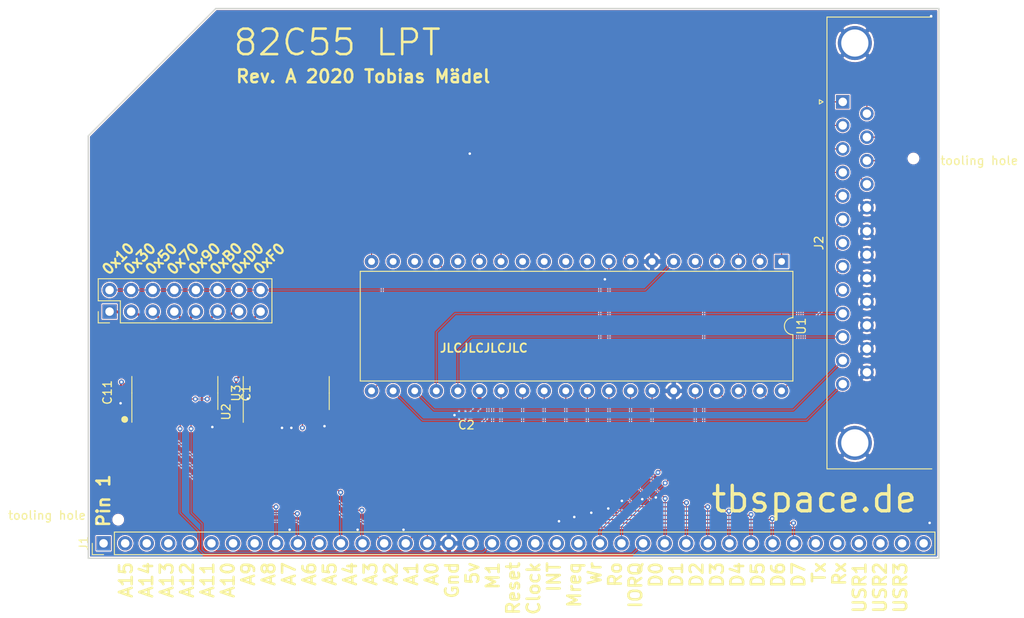
<source format=kicad_pcb>
(kicad_pcb (version 20171130) (host pcbnew 5.1.6)
  (layers (0 F.Cu signal) (1 In1.Cu power) (2 In2.Cu power) (31 B.Cu signal) (34 B.Paste user) (35 F.Paste user) (36 B.SilkS user) (37 F.SilkS user) (38 B.Mask user) (39 F.Mask user) (44 Edge.Cuts user))
  (net 0 "")
  (net 1 GND)
  (net 2 +5V)
  (net 3 "Net-(J1-Pad39)")
  (net 4 "Net-(J1-Pad38)")
  (net 5 "Net-(J1-Pad37)")
  (net 6 "Net-(J1-Pad36)")
  (net 7 "Net-(J1-Pad35)")
  (net 8 /D7)
  (net 9 /D6)
  (net 10 /D5)
  (net 11 /D4)
  (net 12 /D3)
  (net 13 /D2)
  (net 14 /D1)
  (net 15 /D0)
  (net 16 "Net-(J1-Pad23)")
  (net 17 "Net-(J1-Pad21)")
  (net 18 "Net-(J1-Pad8)")
  (net 19 "Net-(J1-Pad7)")
  (net 20 "Net-(J1-Pad6)")
  (net 21 "Net-(J1-Pad5)")
  (net 22 "Net-(J1-Pad4)")
  (net 23 "Net-(J1-Pad3)")
  (net 24 "Net-(J1-Pad2)")
  (net 25 "Net-(J1-Pad1)")
  (net 26 /~IORQ)
  (net 27 /~RD)
  (net 28 /~WR)
  (net 29 /~INT)
  (net 30 /~RESET)
  (net 31 /~M1)
  (net 32 /A0)
  (net 33 /A1)
  (net 34 /A2)
  (net 35 /A3)
  (net 36 /A4)
  (net 37 /A5)
  (net 38 /A6)
  (net 39 /A7)
  (net 40 "Net-(J3-Pad15)")
  (net 41 "Net-(J3-Pad13)")
  (net 42 "Net-(J3-Pad11)")
  (net 43 "Net-(J3-Pad9)")
  (net 44 "Net-(J3-Pad7)")
  (net 45 "Net-(J3-Pad5)")
  (net 46 "Net-(J3-Pad3)")
  (net 47 "Net-(J3-Pad1)")
  (net 48 "Net-(U1-Pad19)")
  (net 49 "Net-(U1-Pad18)")
  (net 50 "Net-(U1-Pad16)")
  (net 51 "Net-(U1-Pad13)")
  (net 52 "Net-(U1-Pad12)")
  (net 53 "Net-(U1-Pad11)")
  (net 54 "Net-(U1-Pad10)")
  (net 55 "Net-(J3-Pad10)")
  (net 56 "Net-(U2-Pad4)")
  (net 57 "Net-(U3-Pad15)")
  (net 58 "Net-(U3-Pad14)")
  (net 59 "Net-(U3-Pad13)")
  (net 60 "Net-(U3-Pad12)")
  (net 61 "Net-(U3-Pad10)")
  (net 62 "Net-(U3-Pad9)")
  (net 63 "Net-(U3-Pad7)")
  (net 64 /~LPT_SELECT)
  (net 65 /LPT_RESET)
  (net 66 /LPT_ERROR)
  (net 67 /~LPT_LINEFEED)
  (net 68 /LPT_SELECTIN)
  (net 69 /LPT_PAPER)
  (net 70 /~LPT_BUSY)
  (net 71 /LPT_ACK)
  (net 72 /LPT_D7)
  (net 73 /LPT_D6)
  (net 74 /LPT_D5)
  (net 75 /LPT_D4)
  (net 76 /LPT_D3)
  (net 77 /LPT_D2)
  (net 78 /LPT_D1)
  (net 79 /LPT_D0)
  (net 80 /~LPT_STROBE)
  (module Package_DIP:DIP-40_W15.24mm (layer F.Cu) (at 123.8 38.8 270)
    (fp_text reference U1 (at 7.62 -2.33 90) (layer F.SilkS))
    (fp_text value 82C55A)
    (pad 40 thru_hole oval (at 15.24 0 270) (size 1.6 1.6) (drill 0.8) (layers *.Cu *.Mask) (net 75 /LPT_D4))
    (pad 20 thru_hole oval (at 0 48.26 270) (size 1.6 1.6) (drill 0.8) (layers *.Cu *.Mask) (net 65 /LPT_RESET))
    (pad 39 thru_hole oval (at 15.24 2.54 270) (size 1.6 1.6) (drill 0.8) (layers *.Cu *.Mask) (net 74 /LPT_D5))
    (pad 19 thru_hole oval (at 0 45.72 270) (size 1.6 1.6) (drill 0.8) (layers *.Cu *.Mask) (net 48 "Net-(U1-Pad19)"))
    (pad 38 thru_hole oval (at 15.24 5.08 270) (size 1.6 1.6) (drill 0.8) (layers *.Cu *.Mask) (net 73 /LPT_D6))
    (pad 18 thru_hole oval (at 0 43.18 270) (size 1.6 1.6) (drill 0.8) (layers *.Cu *.Mask) (net 49 "Net-(U1-Pad18)"))
    (pad 37 thru_hole oval (at 15.24 7.62 270) (size 1.6 1.6) (drill 0.8) (layers *.Cu *.Mask) (net 72 /LPT_D7))
    (pad 17 thru_hole oval (at 0 40.64 270) (size 1.6 1.6) (drill 0.8) (layers *.Cu *.Mask) (net 64 /~LPT_SELECT))
    (pad 36 thru_hole oval (at 15.24 10.16 270) (size 1.6 1.6) (drill 0.8) (layers *.Cu *.Mask) (net 28 /~WR))
    (pad 16 thru_hole oval (at 0 38.1 270) (size 1.6 1.6) (drill 0.8) (layers *.Cu *.Mask) (net 50 "Net-(U1-Pad16)"))
    (pad 35 thru_hole oval (at 15.24 12.7 270) (size 1.6 1.6) (drill 0.8) (layers *.Cu *.Mask) (net 1 GND))
    (pad 15 thru_hole oval (at 0 35.56 270) (size 1.6 1.6) (drill 0.8) (layers *.Cu *.Mask) (net 67 /~LPT_LINEFEED))
    (pad 34 thru_hole oval (at 15.24 15.24 270) (size 1.6 1.6) (drill 0.8) (layers *.Cu *.Mask) (net 15 /D0))
    (pad 14 thru_hole oval (at 0 33.02 270) (size 1.6 1.6) (drill 0.8) (layers *.Cu *.Mask) (net 80 /~LPT_STROBE))
    (pad 33 thru_hole oval (at 15.24 17.78 270) (size 1.6 1.6) (drill 0.8) (layers *.Cu *.Mask) (net 14 /D1))
    (pad 13 thru_hole oval (at 0 30.48 270) (size 1.6 1.6) (drill 0.8) (layers *.Cu *.Mask) (net 51 "Net-(U1-Pad13)"))
    (pad 32 thru_hole oval (at 15.24 20.32 270) (size 1.6 1.6) (drill 0.8) (layers *.Cu *.Mask) (net 13 /D2))
    (pad 12 thru_hole oval (at 0 27.94 270) (size 1.6 1.6) (drill 0.8) (layers *.Cu *.Mask) (net 52 "Net-(U1-Pad12)"))
    (pad 31 thru_hole oval (at 15.24 22.86 270) (size 1.6 1.6) (drill 0.8) (layers *.Cu *.Mask) (net 12 /D3))
    (pad 11 thru_hole oval (at 0 25.4 270) (size 1.6 1.6) (drill 0.8) (layers *.Cu *.Mask) (net 53 "Net-(U1-Pad11)"))
    (pad 30 thru_hole oval (at 15.24 25.4 270) (size 1.6 1.6) (drill 0.8) (layers *.Cu *.Mask) (net 11 /D4))
    (pad 10 thru_hole oval (at 0 22.86 270) (size 1.6 1.6) (drill 0.8) (layers *.Cu *.Mask) (net 54 "Net-(U1-Pad10)"))
    (pad 29 thru_hole oval (at 15.24 27.94 270) (size 1.6 1.6) (drill 0.8) (layers *.Cu *.Mask) (net 10 /D5))
    (pad 9 thru_hole oval (at 0 20.32 270) (size 1.6 1.6) (drill 0.8) (layers *.Cu *.Mask) (net 32 /A0))
    (pad 28 thru_hole oval (at 15.24 30.48 270) (size 1.6 1.6) (drill 0.8) (layers *.Cu *.Mask) (net 9 /D6))
    (pad 8 thru_hole oval (at 0 17.78 270) (size 1.6 1.6) (drill 0.8) (layers *.Cu *.Mask) (net 33 /A1))
    (pad 27 thru_hole oval (at 15.24 33.02 270) (size 1.6 1.6) (drill 0.8) (layers *.Cu *.Mask) (net 8 /D7))
    (pad 7 thru_hole oval (at 0 15.24 270) (size 1.6 1.6) (drill 0.8) (layers *.Cu *.Mask) (net 1 GND))
    (pad 26 thru_hole oval (at 15.24 35.56 270) (size 1.6 1.6) (drill 0.8) (layers *.Cu *.Mask) (net 2 +5V))
    (pad 6 thru_hole oval (at 0 12.7 270) (size 1.6 1.6) (drill 0.8) (layers *.Cu *.Mask) (net 55 "Net-(J3-Pad10)"))
    (pad 25 thru_hole oval (at 15.24 38.1 270) (size 1.6 1.6) (drill 0.8) (layers *.Cu *.Mask) (net 70 /~LPT_BUSY))
    (pad 5 thru_hole oval (at 0 10.16 270) (size 1.6 1.6) (drill 0.8) (layers *.Cu *.Mask) (net 27 /~RD))
    (pad 24 thru_hole oval (at 15.24 40.64 270) (size 1.6 1.6) (drill 0.8) (layers *.Cu *.Mask) (net 71 /LPT_ACK))
    (pad 4 thru_hole oval (at 0 7.62 270) (size 1.6 1.6) (drill 0.8) (layers *.Cu *.Mask) (net 79 /LPT_D0))
    (pad 23 thru_hole oval (at 15.24 43.18 270) (size 1.6 1.6) (drill 0.8) (layers *.Cu *.Mask) (net 69 /LPT_PAPER))
    (pad 3 thru_hole oval (at 0 5.08 270) (size 1.6 1.6) (drill 0.8) (layers *.Cu *.Mask) (net 78 /LPT_D1))
    (pad 22 thru_hole oval (at 15.24 45.72 270) (size 1.6 1.6) (drill 0.8) (layers *.Cu *.Mask) (net 68 /LPT_SELECTIN))
    (pad 2 thru_hole oval (at 0 2.54 270) (size 1.6 1.6) (drill 0.8) (layers *.Cu *.Mask) (net 77 /LPT_D2))
    (pad 21 thru_hole oval (at 15.24 48.26 270) (size 1.6 1.6) (drill 0.8) (layers *.Cu *.Mask) (net 66 /LPT_ERROR))
    (pad 1 thru_hole rect (at 0 0 270) (size 1.6 1.6) (drill 0.8) (layers *.Cu *.Mask) (net 76 /LPT_D3))
  )
  (module Capacitor_SMD:C_0402_1005Metric (layer F.Cu) (at 86.7 56.9 180)
    (fp_text reference C2 (at 0 -1.17) (layer F.SilkS))
    (fp_text value 100n)
    (pad 2 smd roundrect (at 0.485 0 180) (size 0.59 0.64) (layers F.Cu F.Paste F.Mask) (net 1 GND))
    (pad 1 smd roundrect (at -0.485 0 180) (size 0.59 0.64) (layers F.Cu F.Paste F.Mask) (net 2 +5V))
  )
  (module Capacitor_SMD:C_0402_1005Metric (layer F.Cu) (at 46.0375 54.229 270)
    (fp_text reference C11 (at 0 1.5875 90) (layer F.SilkS))
    (fp_text value 100n)
    (pad 2 smd roundrect (at 0.485 0 270) (size 0.59 0.64) (layers F.Cu F.Paste F.Mask) (net 1 GND))
    (pad 1 smd roundrect (at -0.485 0 270) (size 0.59 0.64) (layers F.Cu F.Paste F.Mask) (net 2 +5V))
  )
  (module Package_SO:SOIC-16_3.9x9.9mm_P1.27mm (layer F.Cu) (at 65.5 54.3 90)
    (fp_text reference U3 (at 0 -5.9 90) (layer F.SilkS))
    (fp_text value 74LS138)
    (pad 16 smd roundrect (at 2.475 -4.445 90) (size 1.95 0.6) (layers F.Cu F.Paste F.Mask) (net 2 +5V))
    (pad 15 smd roundrect (at 2.475 -3.175 90) (size 1.95 0.6) (layers F.Cu F.Paste F.Mask) (net 57 "Net-(U3-Pad15)"))
    (pad 14 smd roundrect (at 2.475 -1.905 90) (size 1.95 0.6) (layers F.Cu F.Paste F.Mask) (net 58 "Net-(U3-Pad14)"))
    (pad 13 smd roundrect (at 2.475 -0.635 90) (size 1.95 0.6) (layers F.Cu F.Paste F.Mask) (net 59 "Net-(U3-Pad13)"))
    (pad 12 smd roundrect (at 2.475 0.635 90) (size 1.95 0.6) (layers F.Cu F.Paste F.Mask) (net 60 "Net-(U3-Pad12)"))
    (pad 11 smd roundrect (at 2.475 1.905 90) (size 1.95 0.6) (layers F.Cu F.Paste F.Mask) (net 56 "Net-(U2-Pad4)"))
    (pad 10 smd roundrect (at 2.475 3.175 90) (size 1.95 0.6) (layers F.Cu F.Paste F.Mask) (net 61 "Net-(U3-Pad10)"))
    (pad 9 smd roundrect (at 2.475 4.445 90) (size 1.95 0.6) (layers F.Cu F.Paste F.Mask) (net 62 "Net-(U3-Pad9)"))
    (pad 8 smd roundrect (at -2.475 4.445 90) (size 1.95 0.6) (layers F.Cu F.Paste F.Mask) (net 1 GND))
    (pad 7 smd roundrect (at -2.475 3.175 90) (size 1.95 0.6) (layers F.Cu F.Paste F.Mask) (net 63 "Net-(U3-Pad7)"))
    (pad 6 smd roundrect (at -2.475 1.905 90) (size 1.95 0.6) (layers F.Cu F.Paste F.Mask) (net 2 +5V))
    (pad 5 smd roundrect (at -2.475 0.635 90) (size 1.95 0.6) (layers F.Cu F.Paste F.Mask) (net 1 GND))
    (pad 4 smd roundrect (at -2.475 -0.635 90) (size 1.95 0.6) (layers F.Cu F.Paste F.Mask) (net 1 GND))
    (pad 3 smd roundrect (at -2.475 -1.905 90) (size 1.95 0.6) (layers F.Cu F.Paste F.Mask) (net 36 /A4))
    (pad 2 smd roundrect (at -2.475 -3.175 90) (size 1.95 0.6) (layers F.Cu F.Paste F.Mask) (net 35 /A3))
    (pad 1 smd roundrect (at -2.475 -4.445 90) (size 1.95 0.6) (layers F.Cu F.Paste F.Mask) (net 34 /A2))
  )
  (module Capacitor_SMD:C_0402_1005Metric (layer F.Cu) (at 59.6 54.315 270)
    (fp_text reference C1 (at 0 -1.17 90) (layer F.SilkS))
    (fp_text value 100n)
    (pad 2 smd roundrect (at 0.485 0 270) (size 0.59 0.64) (layers F.Cu F.Paste F.Mask) (net 1 GND))
    (pad 1 smd roundrect (at -0.485 0 270) (size 0.59 0.64) (layers F.Cu F.Paste F.Mask) (net 2 +5V))
  )
  (module Connector_Dsub:DSUB-25_Female_Horizontal_P2.77x2.84mm_EdgePinOffset7.70mm_Housed_MountingHolesOffset9.12mm (layer F.Cu) (at 131 20 90)
    (fp_text reference J2 (at -16.62 -2.8 90) (layer F.SilkS))
    (fp_text value DB25_Female_MountingHoles)
    (pad 0 thru_hole circle (at 6.93 1.42 90) (size 4 4) (drill 3.2) (layers *.Cu *.Mask) (net 1 GND))
    (pad 0 thru_hole circle (at -40.17 1.42 90) (size 4 4) (drill 3.2) (layers *.Cu *.Mask) (net 1 GND))
    (pad 25 thru_hole circle (at -31.855 2.84 90) (size 1.6 1.6) (drill 1) (layers *.Cu *.Mask) (net 1 GND))
    (pad 24 thru_hole circle (at -29.085 2.84 90) (size 1.6 1.6) (drill 1) (layers *.Cu *.Mask) (net 1 GND))
    (pad 23 thru_hole circle (at -26.315 2.84 90) (size 1.6 1.6) (drill 1) (layers *.Cu *.Mask) (net 1 GND))
    (pad 22 thru_hole circle (at -23.545 2.84 90) (size 1.6 1.6) (drill 1) (layers *.Cu *.Mask) (net 1 GND))
    (pad 21 thru_hole circle (at -20.775 2.84 90) (size 1.6 1.6) (drill 1) (layers *.Cu *.Mask) (net 1 GND))
    (pad 20 thru_hole circle (at -18.005 2.84 90) (size 1.6 1.6) (drill 1) (layers *.Cu *.Mask) (net 1 GND))
    (pad 19 thru_hole circle (at -15.235 2.84 90) (size 1.6 1.6) (drill 1) (layers *.Cu *.Mask) (net 1 GND))
    (pad 18 thru_hole circle (at -12.465 2.84 90) (size 1.6 1.6) (drill 1) (layers *.Cu *.Mask) (net 1 GND))
    (pad 17 thru_hole circle (at -9.695 2.84 90) (size 1.6 1.6) (drill 1) (layers *.Cu *.Mask) (net 64 /~LPT_SELECT))
    (pad 16 thru_hole circle (at -6.925 2.84 90) (size 1.6 1.6) (drill 1) (layers *.Cu *.Mask) (net 65 /LPT_RESET))
    (pad 15 thru_hole circle (at -4.155 2.84 90) (size 1.6 1.6) (drill 1) (layers *.Cu *.Mask) (net 66 /LPT_ERROR))
    (pad 14 thru_hole circle (at -1.385 2.84 90) (size 1.6 1.6) (drill 1) (layers *.Cu *.Mask) (net 67 /~LPT_LINEFEED))
    (pad 13 thru_hole circle (at -33.24 0 90) (size 1.6 1.6) (drill 1) (layers *.Cu *.Mask) (net 68 /LPT_SELECTIN))
    (pad 12 thru_hole circle (at -30.47 0 90) (size 1.6 1.6) (drill 1) (layers *.Cu *.Mask) (net 69 /LPT_PAPER))
    (pad 11 thru_hole circle (at -27.7 0 90) (size 1.6 1.6) (drill 1) (layers *.Cu *.Mask) (net 70 /~LPT_BUSY))
    (pad 10 thru_hole circle (at -24.93 0 90) (size 1.6 1.6) (drill 1) (layers *.Cu *.Mask) (net 71 /LPT_ACK))
    (pad 9 thru_hole circle (at -22.16 0 90) (size 1.6 1.6) (drill 1) (layers *.Cu *.Mask) (net 72 /LPT_D7))
    (pad 8 thru_hole circle (at -19.39 0 90) (size 1.6 1.6) (drill 1) (layers *.Cu *.Mask) (net 73 /LPT_D6))
    (pad 7 thru_hole circle (at -16.62 0 90) (size 1.6 1.6) (drill 1) (layers *.Cu *.Mask) (net 74 /LPT_D5))
    (pad 6 thru_hole circle (at -13.85 0 90) (size 1.6 1.6) (drill 1) (layers *.Cu *.Mask) (net 75 /LPT_D4))
    (pad 5 thru_hole circle (at -11.08 0 90) (size 1.6 1.6) (drill 1) (layers *.Cu *.Mask) (net 76 /LPT_D3))
    (pad 4 thru_hole circle (at -8.31 0 90) (size 1.6 1.6) (drill 1) (layers *.Cu *.Mask) (net 77 /LPT_D2))
    (pad 3 thru_hole circle (at -5.54 0 90) (size 1.6 1.6) (drill 1) (layers *.Cu *.Mask) (net 78 /LPT_D1))
    (pad 2 thru_hole circle (at -2.77 0 90) (size 1.6 1.6) (drill 1) (layers *.Cu *.Mask) (net 79 /LPT_D0))
    (pad 1 thru_hole rect (at 0 0 90) (size 1.6 1.6) (drill 1) (layers *.Cu *.Mask) (net 80 /~LPT_STROBE))
  )
  (module ToolingHole:ToolingHole_JLCSMT (layer F.Cu) (at 139.319 26.67)
    (fp_text reference H2 hide)
    (fp_text value MountingHole)
    (fp_text user "tooling hole" (at 7.747 0.254) (layer F.SilkS))
    (pad "" np_thru_hole circle (at 0 0) (size 1.152 1.152) (drill 1.152) (layers *.Cu *.Mask))
  )
  (module ToolingHole:ToolingHole_JLCSMT (layer F.Cu) (at 45.72 69.215)
    (fp_text reference H1 hide)
    (fp_text value MountingHole)
    (fp_text user "tooling hole" (at -8.382 -0.508) (layer F.SilkS))
    (pad "" np_thru_hole circle (at 0 0) (size 1.152 1.152) (drill 1.152) (layers *.Cu *.Mask))
  )
  (module Package_SO:SOIC-16_3.9x9.9mm_P1.27mm (layer F.Cu) (at 52.3875 54.291 90)
    (fp_text reference U2 (at -2.224 6.0325 90) (layer F.SilkS))
    (fp_text value 74LS138)
    (pad 16 smd roundrect (at 2.475 -4.445 90) (size 1.95 0.6) (layers F.Cu F.Paste F.Mask) (net 2 +5V))
    (pad 15 smd roundrect (at 2.475 -3.175 90) (size 1.95 0.6) (layers F.Cu F.Paste F.Mask) (net 47 "Net-(J3-Pad1)"))
    (pad 14 smd roundrect (at 2.475 -1.905 90) (size 1.95 0.6) (layers F.Cu F.Paste F.Mask) (net 46 "Net-(J3-Pad3)"))
    (pad 13 smd roundrect (at 2.475 -0.635 90) (size 1.95 0.6) (layers F.Cu F.Paste F.Mask) (net 45 "Net-(J3-Pad5)"))
    (pad 12 smd roundrect (at 2.475 0.635 90) (size 1.95 0.6) (layers F.Cu F.Paste F.Mask) (net 44 "Net-(J3-Pad7)"))
    (pad 11 smd roundrect (at 2.475 1.905 90) (size 1.95 0.6) (layers F.Cu F.Paste F.Mask) (net 43 "Net-(J3-Pad9)"))
    (pad 10 smd roundrect (at 2.475 3.175 90) (size 1.95 0.6) (layers F.Cu F.Paste F.Mask) (net 42 "Net-(J3-Pad11)"))
    (pad 9 smd roundrect (at 2.475 4.445 90) (size 1.95 0.6) (layers F.Cu F.Paste F.Mask) (net 41 "Net-(J3-Pad13)"))
    (pad 8 smd roundrect (at -2.475 4.445 90) (size 1.95 0.6) (layers F.Cu F.Paste F.Mask) (net 1 GND))
    (pad 7 smd roundrect (at -2.475 3.175 90) (size 1.95 0.6) (layers F.Cu F.Paste F.Mask) (net 40 "Net-(J3-Pad15)"))
    (pad 6 smd roundrect (at -2.475 1.905 90) (size 1.95 0.6) (layers F.Cu F.Paste F.Mask) (net 31 /~M1))
    (pad 5 smd roundrect (at -2.475 0.635 90) (size 1.95 0.6) (layers F.Cu F.Paste F.Mask) (net 26 /~IORQ))
    (pad 4 smd roundrect (at -2.475 -0.635 90) (size 1.95 0.6) (layers F.Cu F.Paste F.Mask) (net 56 "Net-(U2-Pad4)"))
    (pad 3 smd roundrect (at -2.475 -1.905 90) (size 1.95 0.6) (layers F.Cu F.Paste F.Mask) (net 39 /A7))
    (pad 2 smd roundrect (at -2.475 -3.175 90) (size 1.95 0.6) (layers F.Cu F.Paste F.Mask) (net 38 /A6))
    (pad 1 smd roundrect (at -2.475 -4.445 90) (size 1.95 0.6) (layers F.Cu F.Paste F.Mask) (net 37 /A5))
  )
  (module Connector_PinHeader_2.54mm:PinHeader_2x08_P2.54mm_Vertical (layer F.Cu) (at 44.704 44.704 90)
    (fp_text reference J3 hide)
    (fp_text value Address)
    (pad 16 thru_hole oval (at 2.54 17.78 90) (size 1.7 1.7) (drill 1) (layers *.Cu *.Mask) (net 55 "Net-(J3-Pad10)"))
    (pad 15 thru_hole oval (at 0 17.78 90) (size 1.7 1.7) (drill 1) (layers *.Cu *.Mask) (net 40 "Net-(J3-Pad15)"))
    (pad 14 thru_hole oval (at 2.54 15.24 90) (size 1.7 1.7) (drill 1) (layers *.Cu *.Mask) (net 55 "Net-(J3-Pad10)"))
    (pad 13 thru_hole oval (at 0 15.24 90) (size 1.7 1.7) (drill 1) (layers *.Cu *.Mask) (net 41 "Net-(J3-Pad13)"))
    (pad 12 thru_hole oval (at 2.54 12.7 90) (size 1.7 1.7) (drill 1) (layers *.Cu *.Mask) (net 55 "Net-(J3-Pad10)"))
    (pad 11 thru_hole oval (at 0 12.7 90) (size 1.7 1.7) (drill 1) (layers *.Cu *.Mask) (net 42 "Net-(J3-Pad11)"))
    (pad 10 thru_hole oval (at 2.54 10.16 90) (size 1.7 1.7) (drill 1) (layers *.Cu *.Mask) (net 55 "Net-(J3-Pad10)"))
    (pad 9 thru_hole oval (at 0 10.16 90) (size 1.7 1.7) (drill 1) (layers *.Cu *.Mask) (net 43 "Net-(J3-Pad9)"))
    (pad 8 thru_hole oval (at 2.54 7.62 90) (size 1.7 1.7) (drill 1) (layers *.Cu *.Mask) (net 55 "Net-(J3-Pad10)"))
    (pad 7 thru_hole oval (at 0 7.62 90) (size 1.7 1.7) (drill 1) (layers *.Cu *.Mask) (net 44 "Net-(J3-Pad7)"))
    (pad 6 thru_hole oval (at 2.54 5.08 90) (size 1.7 1.7) (drill 1) (layers *.Cu *.Mask) (net 55 "Net-(J3-Pad10)"))
    (pad 5 thru_hole oval (at 0 5.08 90) (size 1.7 1.7) (drill 1) (layers *.Cu *.Mask) (net 45 "Net-(J3-Pad5)"))
    (pad 4 thru_hole oval (at 2.54 2.54 90) (size 1.7 1.7) (drill 1) (layers *.Cu *.Mask) (net 55 "Net-(J3-Pad10)"))
    (pad 3 thru_hole oval (at 0 2.54 90) (size 1.7 1.7) (drill 1) (layers *.Cu *.Mask) (net 46 "Net-(J3-Pad3)"))
    (pad 2 thru_hole oval (at 2.54 0 90) (size 1.7 1.7) (drill 1) (layers *.Cu *.Mask) (net 55 "Net-(J3-Pad10)"))
    (pad 1 thru_hole rect (at 0 0 90) (size 1.7 1.7) (drill 1) (layers *.Cu *.Mask) (net 47 "Net-(J3-Pad1)"))
  )
  (module Connector_PinHeader_2.54mm:PinHeader_1x39_P2.54mm_Vertical (layer F.Cu) (at 44 72 90)
    (fp_text reference J1 (at 0 -2.33 90) (layer F.SilkS))
    (fp_text value RC2014_BUS)
    (pad 39 thru_hole oval (at 0 96.52 90) (size 1.7 1.7) (drill 1) (layers *.Cu *.Mask) (net 3 "Net-(J1-Pad39)"))
    (pad 38 thru_hole oval (at 0 93.98 90) (size 1.7 1.7) (drill 1) (layers *.Cu *.Mask) (net 4 "Net-(J1-Pad38)"))
    (pad 37 thru_hole oval (at 0 91.44 90) (size 1.7 1.7) (drill 1) (layers *.Cu *.Mask) (net 5 "Net-(J1-Pad37)"))
    (pad 36 thru_hole oval (at 0 88.9 90) (size 1.7 1.7) (drill 1) (layers *.Cu *.Mask) (net 6 "Net-(J1-Pad36)"))
    (pad 35 thru_hole oval (at 0 86.36 90) (size 1.7 1.7) (drill 1) (layers *.Cu *.Mask) (net 7 "Net-(J1-Pad35)"))
    (pad 34 thru_hole oval (at 0 83.82 90) (size 1.7 1.7) (drill 1) (layers *.Cu *.Mask) (net 8 /D7))
    (pad 33 thru_hole oval (at 0 81.28 90) (size 1.7 1.7) (drill 1) (layers *.Cu *.Mask) (net 9 /D6))
    (pad 32 thru_hole oval (at 0 78.74 90) (size 1.7 1.7) (drill 1) (layers *.Cu *.Mask) (net 10 /D5))
    (pad 31 thru_hole oval (at 0 76.2 90) (size 1.7 1.7) (drill 1) (layers *.Cu *.Mask) (net 11 /D4))
    (pad 30 thru_hole oval (at 0 73.66 90) (size 1.7 1.7) (drill 1) (layers *.Cu *.Mask) (net 12 /D3))
    (pad 29 thru_hole oval (at 0 71.12 90) (size 1.7 1.7) (drill 1) (layers *.Cu *.Mask) (net 13 /D2))
    (pad 28 thru_hole oval (at 0 68.58 90) (size 1.7 1.7) (drill 1) (layers *.Cu *.Mask) (net 14 /D1))
    (pad 27 thru_hole oval (at 0 66.04 90) (size 1.7 1.7) (drill 1) (layers *.Cu *.Mask) (net 15 /D0))
    (pad 26 thru_hole oval (at 0 63.5 90) (size 1.7 1.7) (drill 1) (layers *.Cu *.Mask) (net 26 /~IORQ))
    (pad 25 thru_hole oval (at 0 60.96 90) (size 1.7 1.7) (drill 1) (layers *.Cu *.Mask) (net 27 /~RD))
    (pad 24 thru_hole oval (at 0 58.42 90) (size 1.7 1.7) (drill 1) (layers *.Cu *.Mask) (net 28 /~WR))
    (pad 23 thru_hole oval (at 0 55.88 90) (size 1.7 1.7) (drill 1) (layers *.Cu *.Mask) (net 16 "Net-(J1-Pad23)"))
    (pad 22 thru_hole oval (at 0 53.34 90) (size 1.7 1.7) (drill 1) (layers *.Cu *.Mask) (net 29 /~INT))
    (pad 21 thru_hole oval (at 0 50.8 90) (size 1.7 1.7) (drill 1) (layers *.Cu *.Mask) (net 17 "Net-(J1-Pad21)"))
    (pad 20 thru_hole oval (at 0 48.26 90) (size 1.7 1.7) (drill 1) (layers *.Cu *.Mask) (net 30 /~RESET))
    (pad 19 thru_hole oval (at 0 45.72 90) (size 1.7 1.7) (drill 1) (layers *.Cu *.Mask) (net 31 /~M1))
    (pad 18 thru_hole oval (at 0 43.18 90) (size 1.7 1.7) (drill 1) (layers *.Cu *.Mask) (net 2 +5V))
    (pad 17 thru_hole oval (at 0 40.64 90) (size 1.7 1.7) (drill 1) (layers *.Cu *.Mask) (net 1 GND))
    (pad 16 thru_hole oval (at 0 38.1 90) (size 1.7 1.7) (drill 1) (layers *.Cu *.Mask) (net 32 /A0))
    (pad 15 thru_hole oval (at 0 35.56 90) (size 1.7 1.7) (drill 1) (layers *.Cu *.Mask) (net 33 /A1))
    (pad 14 thru_hole oval (at 0 33.02 90) (size 1.7 1.7) (drill 1) (layers *.Cu *.Mask) (net 34 /A2))
    (pad 13 thru_hole oval (at 0 30.48 90) (size 1.7 1.7) (drill 1) (layers *.Cu *.Mask) (net 35 /A3))
    (pad 12 thru_hole oval (at 0 27.94 90) (size 1.7 1.7) (drill 1) (layers *.Cu *.Mask) (net 36 /A4))
    (pad 11 thru_hole oval (at 0 25.4 90) (size 1.7 1.7) (drill 1) (layers *.Cu *.Mask) (net 37 /A5))
    (pad 10 thru_hole oval (at 0 22.86 90) (size 1.7 1.7) (drill 1) (layers *.Cu *.Mask) (net 38 /A6))
    (pad 9 thru_hole oval (at 0 20.32 90) (size 1.7 1.7) (drill 1) (layers *.Cu *.Mask) (net 39 /A7))
    (pad 8 thru_hole oval (at 0 17.78 90) (size 1.7 1.7) (drill 1) (layers *.Cu *.Mask) (net 18 "Net-(J1-Pad8)"))
    (pad 7 thru_hole oval (at 0 15.24 90) (size 1.7 1.7) (drill 1) (layers *.Cu *.Mask) (net 19 "Net-(J1-Pad7)"))
    (pad 6 thru_hole oval (at 0 12.7 90) (size 1.7 1.7) (drill 1) (layers *.Cu *.Mask) (net 20 "Net-(J1-Pad6)"))
    (pad 5 thru_hole oval (at 0 10.16 90) (size 1.7 1.7) (drill 1) (layers *.Cu *.Mask) (net 21 "Net-(J1-Pad5)"))
    (pad 4 thru_hole oval (at 0 7.62 90) (size 1.7 1.7) (drill 1) (layers *.Cu *.Mask) (net 22 "Net-(J1-Pad4)"))
    (pad 3 thru_hole oval (at 0 5.08 90) (size 1.7 1.7) (drill 1) (layers *.Cu *.Mask) (net 23 "Net-(J1-Pad3)"))
    (pad 2 thru_hole oval (at 0 2.54 90) (size 1.7 1.7) (drill 1) (layers *.Cu *.Mask) (net 24 "Net-(J1-Pad2)"))
    (pad 1 thru_hole rect (at 0 0 90) (size 1.7 1.7) (drill 1) (layers *.Cu *.Mask) (net 25 "Net-(J1-Pad1)"))
  )
  (gr_text JLCJLCJLCJLC (at 88.75 49) (layer F.SilkS) (effects (font (size 1 1) (thickness 0.2))))
  (gr_circle (center 46.482 57.404) (end 46.682 57.404) (layer F.SilkS) (width 0.4))
  (gr_text "Rev. A 2020 Tobias Mädel" (at 74.549 17) (layer F.SilkS) (effects (font (size 1.5 1.5) (thickness 0.3))))
  (gr_text "82C55 LPT" (at 71.5 13) (layer F.SilkS) (effects (font (size 3 3) (thickness 0.3))))
  (gr_text tbspace.de (at 127.635 66.802) (layer F.SilkS) (effects (font (size 3 3) (thickness 0.4))))
  (gr_text 0x10 (at 45.72 38.481 45) (layer F.SilkS) (effects (font (size 1.2 1.2) (thickness 0.25))))
  (gr_text 0xF0 (at 63.5 38.481 45) (layer F.SilkS) (effects (font (size 1.2 1.2) (thickness 0.25))))
  (gr_text 0xD0 (at 60.96 38.481 45) (layer F.SilkS) (effects (font (size 1.2 1.2) (thickness 0.25))))
  (gr_text 0xB0 (at 58.42 38.481 45) (layer F.SilkS) (effects (font (size 1.2 1.2) (thickness 0.25))))
  (gr_text 0x90 (at 55.88 38.481 45) (layer F.SilkS) (effects (font (size 1.2 1.2) (thickness 0.25))))
  (gr_text 0x70 (at 53.34 38.481 45) (layer F.SilkS) (effects (font (size 1.2 1.2) (thickness 0.25))))
  (gr_text 0x50 (at 50.8 38.481 45) (layer F.SilkS) (effects (font (size 1.2 1.2) (thickness 0.25))))
  (gr_text 0x30 (at 48.26 38.481 45) (layer F.SilkS) (effects (font (size 1.2 1.2) (thickness 0.25))))
  (gr_text "A15\nA14\nA13\nA12\nA11\nA10\nA9\nA8\nA7\nA6\nA5\nA4\nA3\nA2\nA1\nA0\nGnd\n5v\nM1\nReset\nClock\nINT\nMreq\nWr\nRo\nIORQ\nD0\nD1\nD2\nD3\nD4\nD5\nD6\nD7\nTx\nRx\nUSR1\nUSR2\nUSR3" (at 92.2092 74.0447 90) (layer F.SilkS) (effects (font (size 1.49 1.5) (thickness 0.3)) (justify right)))
  (gr_text "Pin 1" (at 43.97968 66.98858 90) (layer F.SilkS) (effects (font (size 1.5 1.5) (thickness 0.3))))
  (gr_line (start 142.314 9) (end 142.314 73.7526) (angle 90) (layer Edge.Cuts) (width 0.15))
  (gr_line (start 42.1966 73.7526) (end 142.314 73.7526) (angle 90) (layer Edge.Cuts) (width 0.15))
  (gr_line (start 57.208 9) (end 42.1966 24.0114) (angle 90) (layer Edge.Cuts) (width 0.15))
  (gr_line (start 42.1966 24.0114) (end 42.1966 73.7526) (angle 90) (layer Edge.Cuts) (width 0.15))
  (gr_line (start 142.314 9) (end 57.208 9) (angle 90) (layer Edge.Cuts) (width 0.15))
  (via (at 141.224 69.596) (size 0.6) (drill 0.3) (layers F.Cu B.Cu) (net 1))
  (via (at 60.9854 54.9656) (size 0.6) (drill 0.3) (layers F.Cu B.Cu) (net 1))
  (segment (start 60.8198 54.8) (end 60.9854 54.9656) (width 0.254) (layer F.Cu) (net 1))
  (segment (start 59.6 54.8) (end 60.8198 54.8) (width 0.254) (layer F.Cu) (net 1))
  (via (at 70 58.2) (size 0.6) (drill 0.3) (layers F.Cu B.Cu) (net 1))
  (segment (start 69.945 58.145) (end 70 58.2) (width 0.254) (layer F.Cu) (net 1))
  (segment (start 69.945 56.775) (end 69.945 58.145) (width 0.254) (layer F.Cu) (net 1))
  (via (at 46 55.5) (size 0.6) (drill 0.3) (layers F.Cu B.Cu) (net 1))
  (segment (start 46.0375 55.4625) (end 46 55.5) (width 0.254) (layer F.Cu) (net 1))
  (segment (start 46.0375 54.714) (end 46.0375 55.4625) (width 0.254) (layer F.Cu) (net 1))
  (via (at 56.8 58.3) (size 0.6) (drill 0.3) (layers F.Cu B.Cu) (net 1))
  (segment (start 56.8325 58.2675) (end 56.8 58.3) (width 0.254) (layer F.Cu) (net 1))
  (segment (start 56.8325 56.766) (end 56.8325 58.2675) (width 0.254) (layer F.Cu) (net 1))
  (via (at 66.1 58.4) (size 0.6) (drill 0.3) (layers F.Cu B.Cu) (net 1))
  (segment (start 66.135 58.365) (end 66.1 58.4) (width 0.127) (layer F.Cu) (net 1))
  (segment (start 66.135 56.775) (end 66.135 58.365) (width 0.127) (layer F.Cu) (net 1))
  (via (at 65 58.4) (size 0.6) (drill 0.3) (layers F.Cu B.Cu) (net 1))
  (segment (start 64.865 58.265) (end 65 58.4) (width 0.127) (layer F.Cu) (net 1))
  (segment (start 64.865 56.775) (end 64.865 58.265) (width 0.127) (layer F.Cu) (net 1))
  (via (at 85.3 56.9) (size 0.6) (drill 0.3) (layers F.Cu B.Cu) (net 1))
  (segment (start 86.215 56.9) (end 85.3 56.9) (width 0.5) (layer F.Cu) (net 1))
  (via (at 103 40.9) (size 0.6) (drill 0.3) (layers F.Cu B.Cu) (net 1))
  (via (at 109 66.6) (size 0.6) (drill 0.3) (layers F.Cu B.Cu) (net 1))
  (via (at 107.4 66.8) (size 0.6) (drill 0.3) (layers F.Cu B.Cu) (net 1))
  (via (at 105 67) (size 0.6) (drill 0.3) (layers F.Cu B.Cu) (net 1))
  (via (at 103.4 67.9) (size 0.6) (drill 0.3) (layers F.Cu B.Cu) (net 1))
  (via (at 101.4 68.4) (size 0.6) (drill 0.3) (layers F.Cu B.Cu) (net 1))
  (via (at 99.4 68.9) (size 0.6) (drill 0.3) (layers F.Cu B.Cu) (net 1))
  (via (at 97.6 69.4) (size 0.6) (drill 0.3) (layers F.Cu B.Cu) (net 1))
  (via (at 79.3 70.4) (size 0.6) (drill 0.3) (layers F.Cu B.Cu) (net 1))
  (via (at 73.9 70.4) (size 0.6) (drill 0.3) (layers F.Cu B.Cu) (net 1))
  (via (at 65.9 70.4) (size 0.6) (drill 0.3) (layers F.Cu B.Cu) (net 1))
  (via (at 43.3 69.6) (size 0.6) (drill 0.3) (layers F.Cu B.Cu) (net 1))
  (via (at 87.1 26.1) (size 0.6) (drill 0.3) (layers F.Cu B.Cu) (net 1))
  (via (at 141.4 9.9) (size 0.6) (drill 0.3) (layers F.Cu B.Cu) (net 1))
  (via (at 59.6 52.7) (size 0.6) (drill 0.3) (layers F.Cu B.Cu) (net 2))
  (segment (start 59.6 53.83) (end 59.6 52.7) (width 0.254) (layer F.Cu) (net 2))
  (segment (start 60.475 51.825) (end 59.6 52.7) (width 0.254) (layer F.Cu) (net 2))
  (segment (start 61.055 51.825) (end 60.475 51.825) (width 0.254) (layer F.Cu) (net 2))
  (segment (start 46.0375 53.721) (end 46.0375 53.744) (width 0.254) (layer F.Cu) (net 2))
  (segment (start 47.9425 51.816) (end 46.0375 53.721) (width 0.254) (layer F.Cu) (net 2))
  (via (at 46.1 53) (size 0.6) (drill 0.3) (layers F.Cu B.Cu) (net 2))
  (segment (start 46.0375 53.0625) (end 46.1 53) (width 0.254) (layer F.Cu) (net 2))
  (segment (start 46.0375 53.744) (end 46.0375 53.0625) (width 0.254) (layer F.Cu) (net 2))
  (via (at 67.4 58.4) (size 0.6) (drill 0.3) (layers F.Cu B.Cu) (net 2))
  (segment (start 67.405 58.395) (end 67.4 58.4) (width 0.127) (layer F.Cu) (net 2))
  (segment (start 67.405 56.775) (end 67.405 58.395) (width 0.127) (layer F.Cu) (net 2))
  (segment (start 88.24 55.845) (end 87.185 56.9) (width 0.5) (layer F.Cu) (net 2))
  (segment (start 88.24 54.04) (end 88.24 55.845) (width 0.5) (layer F.Cu) (net 2))
  (segment (start 90.78 64.32) (end 90.78 54.04) (width 0.127) (layer F.Cu) (net 8))
  (segment (start 96.56 70.1) (end 90.78 64.32) (width 0.127) (layer F.Cu) (net 8))
  (segment (start 125.92 70.1) (end 96.56 70.1) (width 0.127) (layer F.Cu) (net 8))
  (segment (start 127.82 72) (end 125.92 70.1) (width 0.127) (layer F.Cu) (net 8))
  (via (at 125.2 69.6095) (size 0.6) (drill 0.3) (layers F.Cu B.Cu) (net 9))
  (segment (start 125.2 71.92) (end 125.28 72) (width 0.127) (layer B.Cu) (net 9))
  (segment (start 125.2 69.6095) (end 125.2 71.92) (width 0.127) (layer B.Cu) (net 9))
  (segment (start 93.32 64.18) (end 93.32 54.04) (width 0.127) (layer F.Cu) (net 9))
  (segment (start 98.7495 69.6095) (end 93.32 64.18) (width 0.127) (layer F.Cu) (net 9))
  (segment (start 125.2 69.6095) (end 98.7495 69.6095) (width 0.127) (layer F.Cu) (net 9))
  (via (at 122.7 69.1) (size 0.6) (drill 0.3) (layers F.Cu B.Cu) (net 10))
  (segment (start 122.7 71.96) (end 122.74 72) (width 0.127) (layer B.Cu) (net 10))
  (segment (start 122.7 69.1) (end 122.7 71.96) (width 0.127) (layer B.Cu) (net 10))
  (segment (start 122.6 69.2) (end 122.7 69.1) (width 0.127) (layer F.Cu) (net 10))
  (segment (start 100.6 69.2) (end 95.86 64.46) (width 0.127) (layer F.Cu) (net 10))
  (segment (start 101.9 69.2) (end 100.6 69.2) (width 0.127) (layer F.Cu) (net 10))
  (segment (start 95.86 54.04) (end 95.86 64.46) (width 0.127) (layer F.Cu) (net 10))
  (segment (start 101.9 69.2) (end 122.6 69.2) (width 0.127) (layer F.Cu) (net 10))
  (via (at 120.2 68.6095) (size 0.6) (drill 0.3) (layers F.Cu B.Cu) (net 11))
  (segment (start 120.2 68.6095) (end 120.2 72) (width 0.127) (layer B.Cu) (net 11))
  (segment (start 98.4 64.5) (end 98.4 54.04) (width 0.127) (layer F.Cu) (net 11))
  (segment (start 102.6 68.7) (end 98.4 64.5) (width 0.127) (layer F.Cu) (net 11))
  (segment (start 120.1095 68.7) (end 102.6 68.7) (width 0.127) (layer F.Cu) (net 11))
  (segment (start 120.2 68.6095) (end 120.1095 68.7) (width 0.127) (layer F.Cu) (net 11))
  (via (at 117.6 68.2) (size 0.6) (drill 0.3) (layers F.Cu B.Cu) (net 12))
  (segment (start 117.6 71.94) (end 117.66 72) (width 0.127) (layer B.Cu) (net 12))
  (segment (start 117.6 68.2) (end 117.6 71.94) (width 0.127) (layer B.Cu) (net 12))
  (segment (start 100.94 64.54) (end 100.94 54.04) (width 0.127) (layer F.Cu) (net 12))
  (segment (start 104.6 68.2) (end 100.94 64.54) (width 0.127) (layer F.Cu) (net 12))
  (segment (start 117.6 68.2) (end 104.6 68.2) (width 0.127) (layer F.Cu) (net 12))
  (via (at 115.1 67.7) (size 0.6) (drill 0.3) (layers F.Cu B.Cu) (net 13))
  (segment (start 115.1 71.98) (end 115.12 72) (width 0.127) (layer B.Cu) (net 13))
  (segment (start 115.1 67.7) (end 115.1 71.98) (width 0.127) (layer B.Cu) (net 13))
  (segment (start 106.66 67.7) (end 103.48 64.52) (width 0.127) (layer F.Cu) (net 13))
  (segment (start 103.48 64.52) (end 103.48 54.04) (width 0.127) (layer F.Cu) (net 13))
  (segment (start 115.1 67.7) (end 106.66 67.7) (width 0.127) (layer F.Cu) (net 13))
  (via (at 112.6 67.2095) (size 0.6) (drill 0.3) (layers F.Cu B.Cu) (net 14))
  (segment (start 112.6 71.98) (end 112.58 72) (width 0.127) (layer B.Cu) (net 14))
  (segment (start 112.6 67.2095) (end 112.6 71.98) (width 0.127) (layer B.Cu) (net 14))
  (segment (start 106.02 64.52) (end 106.02 54.04) (width 0.127) (layer F.Cu) (net 14))
  (segment (start 108.7095 67.2095) (end 106.02 64.52) (width 0.127) (layer F.Cu) (net 14))
  (segment (start 112.6 67.2095) (end 108.7095 67.2095) (width 0.127) (layer F.Cu) (net 14))
  (via (at 110.1 66.719) (size 0.6) (drill 0.3) (layers F.Cu B.Cu) (net 15))
  (segment (start 110.1 71.94) (end 110.04 72) (width 0.127) (layer B.Cu) (net 15))
  (segment (start 110.1 66.719) (end 110.1 71.94) (width 0.127) (layer B.Cu) (net 15))
  (segment (start 108.56 65.179) (end 110.1 66.719) (width 0.127) (layer F.Cu) (net 15))
  (segment (start 108.56 54.04) (end 108.56 65.179) (width 0.127) (layer F.Cu) (net 15))
  (via (at 53 58.5) (size 0.6) (drill 0.3) (layers F.Cu B.Cu) (net 26))
  (segment (start 53.0225 58.4775) (end 53 58.5) (width 0.127) (layer F.Cu) (net 26))
  (segment (start 53.0225 56.766) (end 53.0225 58.4775) (width 0.127) (layer F.Cu) (net 26))
  (segment (start 106.205489 73.294511) (end 107.5 72) (width 0.127) (layer B.Cu) (net 26))
  (segment (start 55.245989 72.745989) (end 55.794511 73.294511) (width 0.127) (layer B.Cu) (net 26))
  (segment (start 55.245989 70.645989) (end 55.245989 72.745989) (width 0.127) (layer B.Cu) (net 26))
  (segment (start 53 68.4) (end 55.245989 70.645989) (width 0.127) (layer B.Cu) (net 26))
  (segment (start 55.794511 73.294511) (end 106.205489 73.294511) (width 0.127) (layer B.Cu) (net 26))
  (segment (start 53 58.5) (end 53 68.4) (width 0.127) (layer B.Cu) (net 26))
  (via (at 110.1 64.9) (size 0.6) (drill 0.3) (layers F.Cu B.Cu) (net 27))
  (segment (start 114.630501 60.369499) (end 110.1 64.9) (width 0.127) (layer F.Cu) (net 27))
  (segment (start 114.630501 39.790501) (end 114.630501 60.369499) (width 0.127) (layer F.Cu) (net 27))
  (segment (start 113.64 38.8) (end 114.630501 39.790501) (width 0.127) (layer F.Cu) (net 27))
  (segment (start 104.96 70.04) (end 104.96 72) (width 0.127) (layer B.Cu) (net 27))
  (segment (start 110.1 64.9) (end 104.96 70.04) (width 0.127) (layer B.Cu) (net 27))
  (segment (start 102.42 72) (end 102.42 70.48) (width 0.127) (layer B.Cu) (net 28))
  (via (at 109.25 63.65) (size 0.6) (drill 0.3) (layers F.Cu B.Cu) (net 28))
  (segment (start 113.64 54.04) (end 113.64 59.26) (width 0.127) (layer F.Cu) (net 28))
  (segment (start 113.64 59.26) (end 109.25 63.65) (width 0.127) (layer F.Cu) (net 28))
  (segment (start 102.42 70.48) (end 109.25 63.65) (width 0.127) (layer B.Cu) (net 28))
  (via (at 54.3 58.5) (size 0.6) (drill 0.3) (layers F.Cu B.Cu) (net 31))
  (segment (start 54.2925 58.4925) (end 54.3 58.5) (width 0.127) (layer F.Cu) (net 31))
  (segment (start 54.2925 56.766) (end 54.2925 58.4925) (width 0.127) (layer F.Cu) (net 31))
  (segment (start 88.679499 73.040501) (end 89.72 72) (width 0.127) (layer B.Cu) (net 31))
  (segment (start 55.940501 73.040501) (end 88.679499 73.040501) (width 0.127) (layer B.Cu) (net 31))
  (segment (start 55.6 72.7) (end 55.940501 73.040501) (width 0.127) (layer B.Cu) (net 31))
  (segment (start 55.6 69.7) (end 55.6 72.7) (width 0.127) (layer B.Cu) (net 31))
  (segment (start 54.3 68.4) (end 55.6 69.7) (width 0.127) (layer B.Cu) (net 31))
  (segment (start 54.3 58.5) (end 54.3 68.4) (width 0.127) (layer B.Cu) (net 31))
  (segment (start 82.1 72) (end 82.1 65.5) (width 0.127) (layer F.Cu) (net 32))
  (segment (start 89.789499 57.810501) (end 89.789499 52.510501) (width 0.127) (layer F.Cu) (net 32))
  (segment (start 82.1 65.5) (end 89.789499 57.810501) (width 0.127) (layer F.Cu) (net 32))
  (segment (start 89.789499 52.510501) (end 90.2 52.1) (width 0.127) (layer F.Cu) (net 32))
  (segment (start 90.2 52.1) (end 101 52.1) (width 0.127) (layer F.Cu) (net 32))
  (segment (start 103.48 49.62) (end 103.48 38.8) (width 0.127) (layer F.Cu) (net 32))
  (segment (start 101 52.1) (end 103.48 49.62) (width 0.127) (layer F.Cu) (net 32))
  (segment (start 105.029499 37.809499) (end 103.004559 37.809499) (width 0.127) (layer F.Cu) (net 33))
  (segment (start 103.004559 37.809499) (end 102.4 38.414058) (width 0.127) (layer F.Cu) (net 33))
  (segment (start 106.02 38.8) (end 105.029499 37.809499) (width 0.127) (layer F.Cu) (net 33))
  (segment (start 102.4 38.414058) (end 102.4 49.9) (width 0.127) (layer F.Cu) (net 33))
  (segment (start 100.45401 51.84599) (end 90.05401 51.84599) (width 0.127) (layer F.Cu) (net 33))
  (segment (start 102.4 49.9) (end 100.45401 51.84599) (width 0.127) (layer F.Cu) (net 33))
  (segment (start 89.230501 52.669499) (end 89.230501 57.130501) (width 0.127) (layer F.Cu) (net 33))
  (segment (start 90.05401 51.84599) (end 89.230501 52.669499) (width 0.127) (layer F.Cu) (net 33))
  (segment (start 81.059499 70.500501) (end 79.56 72) (width 0.127) (layer F.Cu) (net 33))
  (segment (start 81.059499 65.301503) (end 81.059499 70.500501) (width 0.127) (layer F.Cu) (net 33))
  (segment (start 89.230501 57.130501) (end 81.059499 65.301503) (width 0.127) (layer F.Cu) (net 33))
  (segment (start 61.055 57.75) (end 72.605 69.3) (width 0.127) (layer F.Cu) (net 34))
  (segment (start 61.055 56.775) (end 61.055 57.75) (width 0.127) (layer F.Cu) (net 34))
  (segment (start 74.32 69.3) (end 72.605 69.3) (width 0.127) (layer F.Cu) (net 34))
  (segment (start 77.02 72) (end 74.32 69.3) (width 0.127) (layer F.Cu) (net 34))
  (segment (start 72.675 68.1) (end 74.4 68.1) (width 0.127) (layer F.Cu) (net 35))
  (segment (start 62.325 57.75) (end 72.675 68.1) (width 0.127) (layer F.Cu) (net 35))
  (segment (start 62.325 56.775) (end 62.325 57.75) (width 0.127) (layer F.Cu) (net 35))
  (via (at 74.4 68.1) (size 0.6) (drill 0.3) (layers F.Cu B.Cu) (net 35))
  (segment (start 74.4 71.92) (end 74.48 72) (width 0.127) (layer B.Cu) (net 35))
  (segment (start 74.4 68.1) (end 74.4 71.92) (width 0.127) (layer B.Cu) (net 35))
  (segment (start 63.595 57.75) (end 71.9 66.055) (width 0.127) (layer F.Cu) (net 36))
  (segment (start 63.595 56.775) (end 63.595 57.75) (width 0.127) (layer F.Cu) (net 36))
  (via (at 71.9 66) (size 0.6) (drill 0.3) (layers F.Cu B.Cu) (net 36))
  (segment (start 71.9 66.055) (end 71.9 66) (width 0.127) (layer F.Cu) (net 36))
  (segment (start 71.9 71.96) (end 71.94 72) (width 0.127) (layer B.Cu) (net 36))
  (segment (start 71.9 66) (end 71.9 71.96) (width 0.127) (layer B.Cu) (net 36))
  (segment (start 47.9425 57.741) (end 59.6015 69.4) (width 0.127) (layer F.Cu) (net 37))
  (segment (start 47.9425 56.766) (end 47.9425 57.741) (width 0.127) (layer F.Cu) (net 37))
  (segment (start 66.8 69.4) (end 65.2 69.4) (width 0.127) (layer F.Cu) (net 37))
  (segment (start 69.4 72) (end 66.8 69.4) (width 0.127) (layer F.Cu) (net 37))
  (segment (start 59.6015 69.4) (end 65.2 69.4) (width 0.127) (layer F.Cu) (net 37))
  (segment (start 49.2125 57.741) (end 59.9715 68.5) (width 0.127) (layer F.Cu) (net 38))
  (segment (start 49.2125 56.766) (end 49.2125 57.741) (width 0.127) (layer F.Cu) (net 38))
  (segment (start 59.9715 68.5) (end 66.8 68.5) (width 0.127) (layer F.Cu) (net 38))
  (via (at 66.8 68.5) (size 0.6) (drill 0.3) (layers F.Cu B.Cu) (net 38))
  (segment (start 66.8 71.94) (end 66.86 72) (width 0.127) (layer B.Cu) (net 38))
  (segment (start 66.8 68.5) (end 66.8 71.94) (width 0.127) (layer B.Cu) (net 38))
  (segment (start 50.4825 56.766) (end 50.4825 57.741) (width 0.127) (layer F.Cu) (net 39))
  (segment (start 50.4825 57.741) (end 60.4415 67.7) (width 0.127) (layer F.Cu) (net 39))
  (segment (start 60.4415 67.7) (end 62.6 67.7) (width 0.127) (layer F.Cu) (net 39))
  (segment (start 62.6 67.7) (end 64.3 67.7) (width 0.127) (layer F.Cu) (net 39))
  (via (at 64.3 67.7) (size 0.6) (drill 0.3) (layers F.Cu B.Cu) (net 39))
  (segment (start 64.3 71.98) (end 64.32 72) (width 0.127) (layer B.Cu) (net 39))
  (segment (start 64.3 67.7) (end 64.3 71.98) (width 0.127) (layer B.Cu) (net 39))
  (segment (start 55.5625 55.4609) (end 55.5625 56.766) (width 0.254) (layer F.Cu) (net 40))
  (segment (start 62.484 44.704) (end 60.888 46.3) (width 0.254) (layer F.Cu) (net 40))
  (segment (start 60.888 46.3) (end 59 46.3) (width 0.254) (layer F.Cu) (net 40))
  (segment (start 59 46.3) (end 58 47.3) (width 0.254) (layer F.Cu) (net 40))
  (segment (start 58 52.194858) (end 56.794858 53.4) (width 0.254) (layer F.Cu) (net 40))
  (segment (start 58 47.3) (end 58 52.194858) (width 0.254) (layer F.Cu) (net 40))
  (segment (start 56.794858 53.4) (end 55.9 53.4) (width 0.254) (layer F.Cu) (net 40))
  (segment (start 55.5625 53.7375) (end 55.5625 56.766) (width 0.254) (layer F.Cu) (net 40))
  (segment (start 55.9 53.4) (end 55.5625 53.7375) (width 0.254) (layer F.Cu) (net 40))
  (segment (start 59.944 44.704) (end 60.452 45.212) (width 0.254) (layer F.Cu) (net 41))
  (segment (start 56.8325 51.816) (end 56.8325 47.1805) (width 0.254) (layer F.Cu) (net 41))
  (segment (start 59.309 44.704) (end 59.944 44.704) (width 0.254) (layer F.Cu) (net 41))
  (segment (start 56.8325 47.1805) (end 59.309 44.704) (width 0.254) (layer F.Cu) (net 41))
  (segment (start 55.5625 46.5455) (end 57.404 44.704) (width 0.254) (layer F.Cu) (net 42))
  (segment (start 55.5625 51.816) (end 55.5625 46.5455) (width 0.254) (layer F.Cu) (net 42))
  (segment (start 54.2925 45.2755) (end 54.864 44.704) (width 0.254) (layer F.Cu) (net 43))
  (segment (start 54.2925 51.816) (end 54.2925 45.2755) (width 0.254) (layer F.Cu) (net 43))
  (segment (start 53.0225 45.4025) (end 52.324 44.704) (width 0.254) (layer F.Cu) (net 44))
  (segment (start 53.0225 51.816) (end 53.0225 45.4025) (width 0.254) (layer F.Cu) (net 44))
  (segment (start 51.7525 46.6725) (end 49.784 44.704) (width 0.254) (layer F.Cu) (net 45))
  (segment (start 51.7525 51.816) (end 51.7525 46.6725) (width 0.254) (layer F.Cu) (net 45))
  (segment (start 50.4825 51.816) (end 50.4825 47.4345) (width 0.254) (layer F.Cu) (net 46))
  (segment (start 47.752 44.704) (end 47.244 44.704) (width 0.254) (layer F.Cu) (net 46))
  (segment (start 50.4825 47.4345) (end 47.752 44.704) (width 0.254) (layer F.Cu) (net 46))
  (segment (start 45.610078 44.704) (end 44.704 44.704) (width 0.254) (layer F.Cu) (net 47))
  (segment (start 49.2125 48.306422) (end 45.610078 44.704) (width 0.254) (layer F.Cu) (net 47))
  (segment (start 49.2125 51.816) (end 49.2125 48.306422) (width 0.254) (layer F.Cu) (net 47))
  (segment (start 107.736 42.164) (end 111.1 38.8) (width 0.127) (layer B.Cu) (net 55))
  (segment (start 44.704 42.164) (end 107.736 42.164) (width 0.127) (layer B.Cu) (net 55))
  (segment (start 51.7525 55.791) (end 52.5435 55) (width 0.127) (layer F.Cu) (net 56))
  (segment (start 51.7525 56.766) (end 51.7525 55.791) (width 0.127) (layer F.Cu) (net 56))
  (segment (start 52.5435 55) (end 54.6 55) (width 0.127) (layer F.Cu) (net 56))
  (via (at 54.8 55) (size 0.6) (drill 0.3) (layers F.Cu B.Cu) (net 56))
  (segment (start 54.6 55) (end 54.8 55) (width 0.127) (layer F.Cu) (net 56))
  (segment (start 54.8 55) (end 56.2 55) (width 0.127) (layer B.Cu) (net 56))
  (via (at 56.2 55) (size 0.6) (drill 0.3) (layers F.Cu B.Cu) (net 56))
  (segment (start 67.405 50.85) (end 66.555 50) (width 0.127) (layer F.Cu) (net 56))
  (segment (start 67.405 51.825) (end 67.405 50.85) (width 0.127) (layer F.Cu) (net 56))
  (segment (start 56.2 55) (end 58.5 52.7) (width 0.127) (layer F.Cu) (net 56))
  (segment (start 58.5 52.7) (end 58.5 50.8) (width 0.127) (layer F.Cu) (net 56))
  (segment (start 59.3 50) (end 61 50) (width 0.127) (layer F.Cu) (net 56))
  (segment (start 58.5 50.8) (end 59.3 50) (width 0.127) (layer F.Cu) (net 56))
  (segment (start 61 50) (end 60.7 50) (width 0.127) (layer F.Cu) (net 56))
  (segment (start 66.555 50) (end 61 50) (width 0.127) (layer F.Cu) (net 56))
  (segment (start 133.84 29.695) (end 132.4 28.255) (width 0.127) (layer F.Cu) (net 64))
  (segment (start 132.4 28.255) (end 132.4 22.704058) (width 0.127) (layer F.Cu) (net 64))
  (segment (start 132.4 22.704058) (end 130.995942 21.3) (width 0.127) (layer F.Cu) (net 64))
  (segment (start 130.995942 21.3) (end 97.6 21.3) (width 0.127) (layer F.Cu) (net 64))
  (segment (start 97.6 21.3) (end 92.1 26.8) (width 0.127) (layer F.Cu) (net 64))
  (segment (start 92.1 38.945942) (end 90.945942 40.1) (width 0.127) (layer F.Cu) (net 64))
  (segment (start 92.1 26.8) (end 92.1 38.945942) (width 0.127) (layer F.Cu) (net 64))
  (segment (start 84.46 40.1) (end 83.16 38.8) (width 0.127) (layer F.Cu) (net 64))
  (segment (start 90.945942 40.1) (end 84.46 40.1) (width 0.127) (layer F.Cu) (net 64))
  (segment (start 75.54 38.8) (end 75.54 34.36) (width 0.127) (layer F.Cu) (net 65))
  (segment (start 75.54 34.36) (end 93.8 16.1) (width 0.127) (layer F.Cu) (net 65))
  (segment (start 93.8 16.1) (end 133.5 16.1) (width 0.127) (layer F.Cu) (net 65))
  (segment (start 133.5 16.1) (end 137.7 20.3) (width 0.127) (layer F.Cu) (net 65))
  (segment (start 137.7 20.3) (end 137.7 25.4) (width 0.127) (layer F.Cu) (net 65))
  (segment (start 136.175 26.925) (end 133.84 26.925) (width 0.127) (layer F.Cu) (net 65))
  (segment (start 137.7 25.4) (end 136.175 26.925) (width 0.127) (layer F.Cu) (net 65))
  (segment (start 76.8 52.78) (end 75.54 54.04) (width 0.127) (layer F.Cu) (net 66))
  (segment (start 94.7 17.3) (end 76.8 35.2) (width 0.127) (layer F.Cu) (net 66))
  (segment (start 132.6 17.3) (end 94.7 17.3) (width 0.127) (layer F.Cu) (net 66))
  (segment (start 136.1 20.8) (end 132.6 17.3) (width 0.127) (layer F.Cu) (net 66))
  (segment (start 76.8 35.2) (end 76.8 52.78) (width 0.127) (layer F.Cu) (net 66))
  (segment (start 135.245 24.155) (end 136.1 23.3) (width 0.127) (layer F.Cu) (net 66))
  (segment (start 136.1 23.3) (end 136.1 20.8) (width 0.127) (layer F.Cu) (net 66))
  (segment (start 133.84 24.155) (end 135.245 24.155) (width 0.127) (layer F.Cu) (net 66))
  (segment (start 88.24 38.8) (end 88.24 25.76) (width 0.127) (layer F.Cu) (net 67))
  (segment (start 88.24 25.76) (end 95.6 18.4) (width 0.127) (layer F.Cu) (net 67))
  (segment (start 133.84 20.25363) (end 133.84 21.385) (width 0.127) (layer F.Cu) (net 67))
  (segment (start 131.98637 18.4) (end 133.84 20.25363) (width 0.127) (layer F.Cu) (net 67))
  (segment (start 95.6 18.4) (end 131.98637 18.4) (width 0.127) (layer F.Cu) (net 67))
  (segment (start 131 53.24) (end 126.74 57.5) (width 0.127) (layer B.Cu) (net 68))
  (segment (start 81.54 57.5) (end 78.08 54.04) (width 0.127) (layer B.Cu) (net 68))
  (segment (start 126.74 57.5) (end 81.54 57.5) (width 0.127) (layer B.Cu) (net 68))
  (segment (start 131 50.47) (end 125.17 56.3) (width 0.127) (layer B.Cu) (net 69))
  (segment (start 82.88 56.3) (end 80.62 54.04) (width 0.127) (layer B.Cu) (net 69))
  (segment (start 125.17 56.3) (end 82.88 56.3) (width 0.127) (layer B.Cu) (net 69))
  (segment (start 131 47.7) (end 87.3 47.7) (width 0.127) (layer B.Cu) (net 70))
  (segment (start 85.7 49.3) (end 85.7 54.04) (width 0.127) (layer B.Cu) (net 70))
  (segment (start 87.3 47.7) (end 85.7 49.3) (width 0.127) (layer B.Cu) (net 70))
  (segment (start 131 44.93) (end 85.37 44.93) (width 0.127) (layer B.Cu) (net 71))
  (segment (start 83.16 47.14) (end 83.16 54.04) (width 0.127) (layer B.Cu) (net 71))
  (segment (start 85.37 44.93) (end 83.16 47.14) (width 0.127) (layer B.Cu) (net 71))
  (segment (start 131 42.16) (end 126.46203 46.69797) (width 0.127) (layer F.Cu) (net 72))
  (segment (start 117.678521 55.538521) (end 116.18 54.04) (width 0.127) (layer F.Cu) (net 72))
  (segment (start 124.579927 55.538521) (end 117.678521 55.538521) (width 0.127) (layer F.Cu) (net 72))
  (segment (start 126.462029 53.656419) (end 124.579927 55.538521) (width 0.127) (layer F.Cu) (net 72))
  (segment (start 126.46203 46.69797) (end 126.462029 53.656419) (width 0.127) (layer F.Cu) (net 72))
  (segment (start 126.20802 44.18198) (end 126.20802 53.551204) (width 0.127) (layer F.Cu) (net 73))
  (segment (start 131 39.39) (end 126.20802 44.18198) (width 0.127) (layer F.Cu) (net 73))
  (segment (start 119.964511 55.284511) (end 118.72 54.04) (width 0.127) (layer F.Cu) (net 73))
  (segment (start 124.474713 55.284511) (end 119.964511 55.284511) (width 0.127) (layer F.Cu) (net 73))
  (segment (start 126.20802 53.551204) (end 124.474713 55.284511) (width 0.127) (layer F.Cu) (net 73))
  (segment (start 125.95401 41.66599) (end 125.95401 53.44599) (width 0.127) (layer F.Cu) (net 74))
  (segment (start 131 36.62) (end 125.95401 41.66599) (width 0.127) (layer F.Cu) (net 74))
  (segment (start 122.250501 55.030501) (end 121.26 54.04) (width 0.127) (layer F.Cu) (net 74))
  (segment (start 124.369499 55.030501) (end 122.250501 55.030501) (width 0.127) (layer F.Cu) (net 74))
  (segment (start 125.95401 53.44599) (end 124.369499 55.030501) (width 0.127) (layer F.Cu) (net 74))
  (segment (start 131 33.85) (end 125.7 39.15) (width 0.127) (layer F.Cu) (net 75))
  (via (at 123.8 54.04) (size 0.6) (drill 0.3) (layers F.Cu B.Cu) (net 75))
  (segment (start 125.7 52.14) (end 123.8 54.04) (width 0.127) (layer F.Cu) (net 75))
  (segment (start 125.7 39.15) (end 125.7 52.14) (width 0.127) (layer F.Cu) (net 75))
  (segment (start 131 31.08) (end 125.52 31.08) (width 0.127) (layer F.Cu) (net 76))
  (segment (start 123.8 32.8) (end 123.8 38.8) (width 0.127) (layer F.Cu) (net 76))
  (segment (start 125.52 31.08) (end 123.8 32.8) (width 0.127) (layer F.Cu) (net 76))
  (segment (start 131 28.31) (end 123.99 28.31) (width 0.127) (layer F.Cu) (net 77))
  (segment (start 121.26 31.04) (end 121.26 38.8) (width 0.127) (layer F.Cu) (net 77))
  (segment (start 123.99 28.31) (end 121.26 31.04) (width 0.127) (layer F.Cu) (net 77))
  (segment (start 131 25.54) (end 121.36 25.54) (width 0.127) (layer F.Cu) (net 78))
  (segment (start 118.72 28.18) (end 118.72 38.8) (width 0.127) (layer F.Cu) (net 78))
  (segment (start 121.36 25.54) (end 118.72 28.18) (width 0.127) (layer F.Cu) (net 78))
  (segment (start 131 22.77) (end 118.93 22.77) (width 0.127) (layer F.Cu) (net 79))
  (segment (start 116.18 25.52) (end 116.18 38.8) (width 0.127) (layer F.Cu) (net 79))
  (segment (start 118.93 22.77) (end 116.18 25.52) (width 0.127) (layer F.Cu) (net 79))
  (segment (start 131 20) (end 96.6 20) (width 0.127) (layer F.Cu) (net 80))
  (segment (start 90.78 25.82) (end 90.78 38.8) (width 0.127) (layer F.Cu) (net 80))
  (segment (start 96.6 20) (end 90.78 25.82) (width 0.127) (layer F.Cu) (net 80))
  (zone (net 1) (net_name GND) (layer F.Cu) (connect_pads (clearance 0.127)) (min_thickness 0.127) (fill yes (arc_segments 32) (thermal_gap 0.254) (thermal_bridge_width 0.508))
    (polygon (pts (xy 142.494 73.787) (xy 42.164 73.787) (xy 42.164 8) (xy 142.494 8)))
  )
  (zone (net 1) (net_name GND) (layer B.Cu) (connect_pads (clearance 0.127)) (min_thickness 0.127) (fill yes (arc_segments 32) (thermal_gap 0.254) (thermal_bridge_width 0.508))
    (polygon (pts (xy 142.494 73.787) (xy 42.164 73.787) (xy 41.835 8) (xy 142.165 8)))
  )
)
</source>
